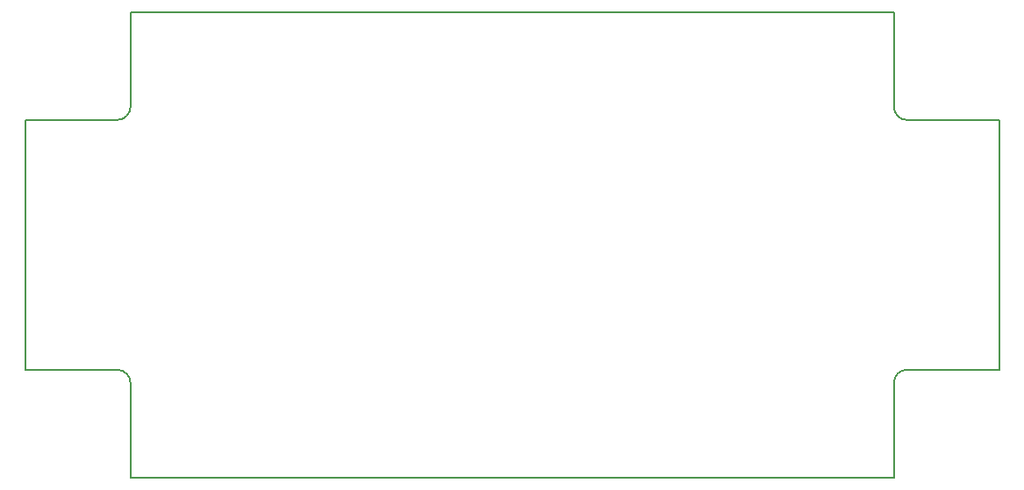
<source format=gbr>
G04 #@! TF.GenerationSoftware,KiCad,Pcbnew,5.1.5+dfsg1-2build2*
G04 #@! TF.CreationDate,2021-04-05T17:16:35+02:00*
G04 #@! TF.ProjectId,opto_board,6f70746f-5f62-46f6-9172-642e6b696361,rev?*
G04 #@! TF.SameCoordinates,Original*
G04 #@! TF.FileFunction,Profile,NP*
%FSLAX46Y46*%
G04 Gerber Fmt 4.6, Leading zero omitted, Abs format (unit mm)*
G04 Created by KiCad (PCBNEW 5.1.5+dfsg1-2build2) date 2021-04-05 17:16:35*
%MOMM*%
%LPD*%
G04 APERTURE LIST*
%ADD10C,0.150000*%
G04 APERTURE END LIST*
D10*
X151130000Y-102235000D02*
G75*
G02X152400000Y-100965000I1270000J0D01*
G01*
X152400000Y-76835000D02*
G75*
G02X151130000Y-75565000I0J1270000D01*
G01*
X77470000Y-75565000D02*
G75*
G02X76200000Y-76835000I-1270000J0D01*
G01*
X76200000Y-100965000D02*
G75*
G02X77470000Y-102235000I0J-1270000D01*
G01*
X151130000Y-102235000D02*
X151130000Y-111375000D01*
X161290000Y-100965000D02*
X152400000Y-100965000D01*
X77470000Y-102235000D02*
X77470000Y-111375000D01*
X67310000Y-100965000D02*
X76200000Y-100965000D01*
X76200000Y-76835000D02*
X67310000Y-76835000D01*
X77470000Y-66425000D02*
X77470000Y-75565000D01*
X151130000Y-75565000D02*
X151130000Y-66425000D01*
X161290000Y-76835000D02*
X152400000Y-76835000D01*
X151130000Y-66425000D02*
X77470000Y-66425000D01*
X161290000Y-100965000D02*
X161290000Y-76835000D01*
X77470000Y-111375000D02*
X151130000Y-111375000D01*
X67310000Y-76835000D02*
X67310000Y-100965000D01*
M02*

</source>
